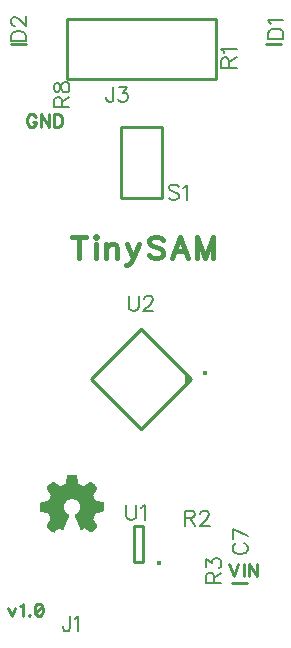
<source format=gbr>
G04 DipTrace Beta 2.9.0.1*
G04 TopSilk.gbr*
%MOMM*%
G04 #@! TF.FileFunction,Legend,Top*
G04 #@! TF.Part,Single*
%ADD10C,0.25*%
%ADD12C,0.0254*%
%ADD17C,0.4*%
%ADD32O,0.39127X0.39172*%
%ADD86C,0.19608*%
%ADD87C,0.22222*%
%FSLAX35Y35*%
G04*
G71*
G90*
G75*
G01*
G04 TopSilk*
%LPD*%
X2064173Y502603D2*
D10*
X2194073D1*
X2348050Y5066747D2*
X2477950D1*
X189050D2*
X318950D1*
X1927900Y4774200D2*
X662900D1*
Y5284200D1*
X1927900D1*
Y4774200D1*
X1120400Y3763952D2*
X1470400D1*
Y4364048D1*
X1120400D1*
Y3763952D1*
D32*
X1447228Y674839D3*
X1309902Y688206D2*
D10*
Y988200D1*
X1229916Y688206D2*
Y988200D1*
X1309902D2*
X1229916D1*
X1309902Y688206D2*
X1229916D1*
X1719768Y2235312D2*
X1295338Y1810876D1*
X871019Y2235088D1*
X1295450Y2659524D1*
X1719768Y2235312D1*
G36*
D2*
X1663117Y2291844D1*
Y2178668D1*
X1719768Y2235312D1*
G37*
D17*
X1836427Y2288213D3*
X667587Y1416847D2*
D12*
X741247D1*
X667194Y1414307D2*
X741343D1*
X666564Y1411767D2*
X741669D1*
X665907Y1409227D2*
X742278D1*
X665462Y1406687D2*
X742929D1*
X665216Y1404147D2*
X743382D1*
X665019Y1401607D2*
X743707D1*
X664650Y1399067D2*
X744138D1*
X664025Y1396527D2*
X744791D1*
X663367Y1393987D2*
X745460D1*
X662912Y1391447D2*
X745919D1*
X662587Y1388907D2*
X746246D1*
X662155Y1386367D2*
X746678D1*
X661502Y1383827D2*
X747331D1*
X660834Y1381287D2*
X748000D1*
X660384Y1378747D2*
X748449D1*
X660137Y1376207D2*
X748697D1*
X659939Y1373667D2*
X748894D1*
X659571Y1371127D2*
X749263D1*
X658945Y1368587D2*
X749888D1*
X658287Y1366047D2*
X750546D1*
X540587Y1363507D2*
X545667D1*
X657832D2*
X751001D1*
X863167D2*
X868247D1*
X538047Y1360967D2*
X549782D1*
X657507D2*
X751327D1*
X859052D2*
X870787D1*
X535507Y1358427D2*
X553770D1*
X657075D2*
X751758D1*
X855063D2*
X873327D1*
X532967Y1355887D2*
X557671D1*
X656412D2*
X752411D1*
X851163D2*
X875867D1*
X530417Y1353347D2*
X561517D1*
X655635D2*
X753099D1*
X847317D2*
X878407D1*
X527797Y1350807D2*
X565344D1*
X654663D2*
X753757D1*
X843489D2*
X880947D1*
X525023Y1348267D2*
X569158D1*
X653343D2*
X754552D1*
X839676D2*
X883487D1*
X522188Y1345727D2*
X572972D1*
X650232D2*
X757340D1*
X835862D2*
X886027D1*
X519526Y1343187D2*
X576780D1*
X646220D2*
X761518D1*
X832053D2*
X888567D1*
X516960Y1340647D2*
X580583D1*
X641366D2*
X766789D1*
X828251D2*
X891107D1*
X514333Y1338107D2*
X584311D1*
X635828D2*
X772663D1*
X824522D2*
X893647D1*
X511788Y1335567D2*
X587929D1*
X629828D2*
X778854D1*
X820905D2*
X896187D1*
X509196Y1333027D2*
X591848D1*
X623344D2*
X785428D1*
X816985D2*
X898727D1*
X506283Y1330487D2*
X597268D1*
X615813D2*
X792997D1*
X811565D2*
X901267D1*
X503230Y1327947D2*
X605038D1*
X606670D2*
X802155D1*
X803795D2*
X903807D1*
X500324Y1325407D2*
X906347D1*
X497677Y1322867D2*
X908877D1*
X495463Y1320327D2*
X911318D1*
X493665Y1317787D2*
X913425D1*
X493086Y1315247D2*
X915142D1*
X492871Y1312707D2*
X915627D1*
X493836Y1310167D2*
X914838D1*
X495174Y1307627D2*
X913593D1*
X496667Y1305087D2*
X912141D1*
X498281Y1302547D2*
X910543D1*
X499981Y1300007D2*
X908849D1*
X501639Y1297467D2*
X907183D1*
X503321Y1294927D2*
X905422D1*
X505047Y1292387D2*
X903463D1*
X506715Y1289847D2*
X901501D1*
X508400Y1287307D2*
X899693D1*
X510126Y1284767D2*
X897941D1*
X511794Y1282227D2*
X896185D1*
X513480Y1279687D2*
X894505D1*
X515206Y1277147D2*
X892816D1*
X516884Y1274607D2*
X891088D1*
X518649Y1272067D2*
X889419D1*
X520610Y1269527D2*
X887734D1*
X522573Y1266987D2*
X886007D1*
X524380Y1264447D2*
X884339D1*
X526123Y1261907D2*
X882664D1*
X527779Y1259367D2*
X881036D1*
X529036Y1256827D2*
X879791D1*
X529694Y1254287D2*
X879137D1*
X529939Y1251747D2*
X878894D1*
X529246Y1249207D2*
X879587D1*
X528287Y1246667D2*
X880537D1*
X527161Y1244127D2*
X881583D1*
X525957Y1241587D2*
X882553D1*
X524790Y1239047D2*
X883435D1*
X523770Y1236507D2*
X884412D1*
X522869Y1233967D2*
X885521D1*
X521885Y1231427D2*
X886713D1*
X520773Y1228887D2*
X887942D1*
X519581Y1226347D2*
X889118D1*
X518351Y1223807D2*
X688023D1*
X720810D2*
X890142D1*
X517175Y1221267D2*
X680917D1*
X727916D2*
X891044D1*
X516152Y1218727D2*
X674663D1*
X734171D2*
X892028D1*
X515249Y1216187D2*
X669433D1*
X739401D2*
X893140D1*
X514255Y1213647D2*
X665013D1*
X743821D2*
X894342D1*
X513014Y1211107D2*
X661228D1*
X747606D2*
X895711D1*
X511517Y1208567D2*
X657995D1*
X750839D2*
X897287D1*
X507559Y1206027D2*
X655121D1*
X753712D2*
X901261D1*
X501024Y1203487D2*
X652437D1*
X756396D2*
X907804D1*
X491543Y1200947D2*
X649850D1*
X758984D2*
X917289D1*
X479980Y1198407D2*
X647378D1*
X761456D2*
X928892D1*
X467771Y1195867D2*
X645154D1*
X763670D2*
X941515D1*
X456711Y1193327D2*
X643229D1*
X765515D2*
X954396D1*
X448432Y1190787D2*
X641439D1*
X767071D2*
X967307D1*
X442476Y1188247D2*
X639754D1*
X768471D2*
X967307D1*
X440314Y1185707D2*
X638392D1*
X769790D2*
X967307D1*
X439594Y1183167D2*
X637308D1*
X771072D2*
X967307D1*
X439231Y1180627D2*
X636241D1*
X772268D2*
X967307D1*
X439078Y1178087D2*
X635104D1*
X773298D2*
X967307D1*
X439019Y1175547D2*
X633988D1*
X774193D2*
X967307D1*
X438998Y1173007D2*
X633076D1*
X775088D2*
X967307D1*
X438990Y1170467D2*
X632507D1*
X775867D2*
X967307D1*
X438988Y1167927D2*
X632135D1*
X776372D2*
X967307D1*
X438987Y1165387D2*
X631685D1*
X776716D2*
X967307D1*
X438987Y1162847D2*
X631026D1*
X777155D2*
X967307D1*
X438987Y1160307D2*
X630355D1*
X777810D2*
X967307D1*
X438987Y1157767D2*
X629905D1*
X778479D2*
X967307D1*
X438987Y1155227D2*
X629667D1*
X778919D2*
X967307D1*
X438987Y1152687D2*
X629568D1*
X779067D2*
X967307D1*
X438987Y1150147D2*
X629613D1*
X778852D2*
X967307D1*
X438987Y1147607D2*
X629919D1*
X778289D2*
X967307D1*
X438987Y1145067D2*
X630521D1*
X777655D2*
X967307D1*
X438987Y1142527D2*
X631180D1*
X777208D2*
X967307D1*
X438987Y1139987D2*
X631712D1*
X776885D2*
X967307D1*
X438987Y1137447D2*
X632271D1*
X776455D2*
X967307D1*
X438987Y1134907D2*
X632997D1*
X775792D2*
X967307D1*
X438987Y1132367D2*
X633782D1*
X775034D2*
X967307D1*
X438987Y1129827D2*
X634575D1*
X774252D2*
X967307D1*
X438987Y1127287D2*
X635515D1*
X773316D2*
X967307D1*
X439016Y1124747D2*
X636610D1*
X772223D2*
X967287D1*
X439106Y1122207D2*
X637796D1*
X771037D2*
X967059D1*
X440108Y1119667D2*
X639033D1*
X769800D2*
X966493D1*
X444577Y1117127D2*
X640298D1*
X768535D2*
X963616D1*
X451907Y1114587D2*
X641654D1*
X767179D2*
X956286D1*
X461984Y1112047D2*
X643254D1*
X765579D2*
X946489D1*
X473717Y1109507D2*
X645223D1*
X763610D2*
X934951D1*
X485444Y1106967D2*
X647476D1*
X761357D2*
X923321D1*
X495367Y1104427D2*
X649889D1*
X758945D2*
X913440D1*
X502460Y1101887D2*
X652387D1*
X756446D2*
X906364D1*
X507595Y1099347D2*
X654997D1*
X753837D2*
X901237D1*
X509783Y1096807D2*
X657863D1*
X750970D2*
X899050D1*
X511325Y1094267D2*
X661098D1*
X747735D2*
X897508D1*
X512449Y1091727D2*
X664603D1*
X744231D2*
X896384D1*
X513520Y1089187D2*
X668094D1*
X740739D2*
X895313D1*
X514654Y1086647D2*
X671088D1*
X737735D2*
X894180D1*
X515778Y1084107D2*
X673461D1*
X735333D2*
X893056D1*
X516777Y1081567D2*
X674224D1*
X734549D2*
X892056D1*
X517670Y1079027D2*
X673881D1*
X734180D2*
X891164D1*
X518650Y1076487D2*
X673305D1*
X734837D2*
X890183D1*
X519751Y1073947D2*
X672602D1*
X735768D2*
X889073D1*
X520863Y1071407D2*
X671698D1*
X736807D2*
X887881D1*
X521859Y1068867D2*
X670627D1*
X737775D2*
X886651D1*
X522750Y1066327D2*
X669525D1*
X738656D2*
X885475D1*
X523730Y1063787D2*
X668533D1*
X739632D2*
X884452D1*
X524831Y1061247D2*
X667643D1*
X740741D2*
X883559D1*
X525933Y1058707D2*
X666663D1*
X741933D2*
X882655D1*
X526840Y1056167D2*
X665552D1*
X743163D2*
X881779D1*
X527387Y1053627D2*
X664361D1*
X744338D2*
X880890D1*
X527571Y1051087D2*
X663131D1*
X745362D2*
X879753D1*
X527283Y1048547D2*
X661955D1*
X746264D2*
X878407D1*
X526392Y1046007D2*
X660932D1*
X747248D2*
X880850D1*
X525053Y1043467D2*
X660029D1*
X748360D2*
X883064D1*
X523553Y1040927D2*
X659045D1*
X749552D2*
X884986D1*
X521935Y1038387D2*
X657943D1*
X750782D2*
X886785D1*
X520234Y1035847D2*
X656830D1*
X751958D2*
X888558D1*
X518564Y1033307D2*
X655835D1*
X752982D2*
X890244D1*
X516803Y1030767D2*
X654943D1*
X753884D2*
X891936D1*
X514843Y1028227D2*
X653963D1*
X754868D2*
X893665D1*
X512881Y1025687D2*
X652852D1*
X755970D2*
X895334D1*
X511073Y1023147D2*
X651661D1*
X757083D2*
X897019D1*
X509321Y1020607D2*
X650431D1*
X758079D2*
X898746D1*
X507565Y1018067D2*
X649255D1*
X758970D2*
X900424D1*
X505885Y1015527D2*
X648232D1*
X759950D2*
X902189D1*
X504196Y1012987D2*
X647329D1*
X761061D2*
X904150D1*
X502468Y1010447D2*
X646345D1*
X762253D2*
X906113D1*
X500799Y1007907D2*
X645243D1*
X763482D2*
X907920D1*
X499114Y1005367D2*
X644130D1*
X764658D2*
X909673D1*
X497397Y1002827D2*
X643135D1*
X765682D2*
X911418D1*
X495818Y1000287D2*
X642243D1*
X766584D2*
X913009D1*
X494477Y997747D2*
X641263D1*
X767568D2*
X914355D1*
X493557Y995207D2*
X640152D1*
X768670D2*
X915276D1*
X493073Y992667D2*
X638961D1*
X769783D2*
X915760D1*
X494031Y990127D2*
X637731D1*
X770779D2*
X914802D1*
X495638Y987587D2*
X636555D1*
X771670D2*
X913195D1*
X497724Y985047D2*
X635532D1*
X772650D2*
X911109D1*
X500069Y982507D2*
X634629D1*
X773751D2*
X908764D1*
X502531Y979967D2*
X633645D1*
X774863D2*
X906302D1*
X505042Y977427D2*
X632543D1*
X775859D2*
X903791D1*
X507572Y974887D2*
X594416D1*
X607126D2*
X631430D1*
X776750D2*
X801707D1*
X815309D2*
X901261D1*
X510108Y972347D2*
X590301D1*
X610720D2*
X630427D1*
X777738D2*
X798113D1*
X818568D2*
X898725D1*
X512647Y969807D2*
X586577D1*
X614947D2*
X629475D1*
X778914D2*
X793886D1*
X822099D2*
X896186D1*
X515187Y967267D2*
X582927D1*
X619595D2*
X628309D1*
X780317D2*
X789239D1*
X825782D2*
X893646D1*
X517727Y964727D2*
X579223D1*
X624407D2*
X626947D1*
X781887D2*
X784427D1*
X829543D2*
X891107D1*
X520267Y962187D2*
X575472D1*
X833331D2*
X888567D1*
X522807Y959647D2*
X571685D1*
X837136D2*
X886027D1*
X525347Y957107D2*
X567887D1*
X840942D2*
X883487D1*
X527887Y954567D2*
X564079D1*
X844753D2*
X880947D1*
X530476Y952027D2*
X560264D1*
X848569D2*
X878407D1*
X533500Y949487D2*
X556387D1*
X852447D2*
X875867D1*
X538003Y946947D2*
X552365D1*
X856469D2*
X873327D1*
X544884Y944407D2*
X548207D1*
X860627D2*
X870787D1*
X667587Y1416847D2*
X667194Y1414307D1*
X666564Y1411767D1*
X665907Y1409227D1*
X665462Y1406687D1*
X665216Y1404147D1*
X665019Y1401607D1*
X664650Y1399067D1*
X664025Y1396527D1*
X663367Y1393987D1*
X662912Y1391447D1*
X662587Y1388907D1*
X662155Y1386367D1*
X661502Y1383827D1*
X660834Y1381287D1*
X660384Y1378747D1*
X660137Y1376207D1*
X659939Y1373667D1*
X659571Y1371127D1*
X658945Y1368587D1*
X658287Y1366047D1*
X657832Y1363507D1*
X657507Y1360967D1*
X657075Y1358427D1*
X656412Y1355887D1*
X655635Y1353347D1*
X654663Y1350807D1*
X653343Y1348267D1*
X650232Y1345727D1*
X646220Y1343187D1*
X641366Y1340647D1*
X635828Y1338107D1*
X629828Y1335567D1*
X623344Y1333027D1*
X615813Y1330487D1*
X606670Y1327947D1*
X596467Y1325407D1*
X741247Y1416847D2*
X741343Y1414307D1*
X741669Y1411767D1*
X742278Y1409227D1*
X742929Y1406687D1*
X743382Y1404147D1*
X743707Y1401607D1*
X744138Y1399067D1*
X744791Y1396527D1*
X745460Y1393987D1*
X745919Y1391447D1*
X746246Y1388907D1*
X746678Y1386367D1*
X747331Y1383827D1*
X748000Y1381287D1*
X748449Y1378747D1*
X748697Y1376207D1*
X748894Y1373667D1*
X749263Y1371127D1*
X749888Y1368587D1*
X750546Y1366047D1*
X751001Y1363507D1*
X751327Y1360967D1*
X751758Y1358427D1*
X752411Y1355887D1*
X753099Y1353347D1*
X753757Y1350807D1*
X754552Y1348267D1*
X757340Y1345727D1*
X761518Y1343187D1*
X766789Y1340647D1*
X772663Y1338107D1*
X778854Y1335567D1*
X785428Y1333027D1*
X792997Y1330487D1*
X802155Y1327947D1*
X812367Y1325407D1*
X540587Y1363507D2*
X538047Y1360967D1*
X535507Y1358427D1*
X532967Y1355887D1*
X530417Y1353347D1*
X527797Y1350807D1*
X525023Y1348267D1*
X522188Y1345727D1*
X519526Y1343187D1*
X516960Y1340647D1*
X514333Y1338107D1*
X511788Y1335567D1*
X509196Y1333027D1*
X506283Y1330487D1*
X503230Y1327947D1*
X500324Y1325407D1*
X497677Y1322867D1*
X495463Y1320327D1*
X493665Y1317787D1*
X493086Y1315247D1*
X492871Y1312707D1*
X493836Y1310167D1*
X495174Y1307627D1*
X496667Y1305087D1*
X498281Y1302547D1*
X499981Y1300007D1*
X501639Y1297467D1*
X503321Y1294927D1*
X505047Y1292387D1*
X506715Y1289847D1*
X508400Y1287307D1*
X510126Y1284767D1*
X511794Y1282227D1*
X513480Y1279687D1*
X515206Y1277147D1*
X516884Y1274607D1*
X518649Y1272067D1*
X520610Y1269527D1*
X522573Y1266987D1*
X524380Y1264447D1*
X526123Y1261907D1*
X527779Y1259367D1*
X529036Y1256827D1*
X529694Y1254287D1*
X529939Y1251747D1*
X529246Y1249207D1*
X528287Y1246667D1*
X527161Y1244127D1*
X525957Y1241587D1*
X524790Y1239047D1*
X523770Y1236507D1*
X522869Y1233967D1*
X521885Y1231427D1*
X520773Y1228887D1*
X519581Y1226347D1*
X518351Y1223807D1*
X517175Y1221267D1*
X516152Y1218727D1*
X515249Y1216187D1*
X514255Y1213647D1*
X513014Y1211107D1*
X511517Y1208567D1*
X507559Y1206027D1*
X501024Y1203487D1*
X491543Y1200947D1*
X479980Y1198407D1*
X467771Y1195867D1*
X456711Y1193327D1*
X448432Y1190787D1*
X442476Y1188247D1*
X440314Y1185707D1*
X439594Y1183167D1*
X439231Y1180627D1*
X439078Y1178087D1*
X439019Y1175547D1*
X438998Y1173007D1*
X438990Y1170467D1*
X438988Y1167927D1*
X438987Y1165387D1*
Y1162847D1*
Y1160307D1*
Y1157767D1*
Y1155227D1*
Y1152687D1*
Y1150147D1*
Y1147607D1*
Y1145067D1*
Y1142527D1*
Y1139987D1*
Y1137447D1*
Y1134907D1*
Y1132367D1*
Y1129827D1*
Y1127287D1*
X439016Y1124747D1*
X439106Y1122207D1*
X440108Y1119667D1*
X444577Y1117127D1*
X451907Y1114587D1*
X461984Y1112047D1*
X473717Y1109507D1*
X485444Y1106967D1*
X495367Y1104427D1*
X502460Y1101887D1*
X507595Y1099347D1*
X509783Y1096807D1*
X511325Y1094267D1*
X512449Y1091727D1*
X513520Y1089187D1*
X514654Y1086647D1*
X515778Y1084107D1*
X516777Y1081567D1*
X517670Y1079027D1*
X518650Y1076487D1*
X519751Y1073947D1*
X520863Y1071407D1*
X521859Y1068867D1*
X522750Y1066327D1*
X523730Y1063787D1*
X524831Y1061247D1*
X525933Y1058707D1*
X526840Y1056167D1*
X527387Y1053627D1*
X527571Y1051087D1*
X527283Y1048547D1*
X526392Y1046007D1*
X525053Y1043467D1*
X523553Y1040927D1*
X521935Y1038387D1*
X520234Y1035847D1*
X518564Y1033307D1*
X516803Y1030767D1*
X514843Y1028227D1*
X512881Y1025687D1*
X511073Y1023147D1*
X509321Y1020607D1*
X507565Y1018067D1*
X505885Y1015527D1*
X504196Y1012987D1*
X502468Y1010447D1*
X500799Y1007907D1*
X499114Y1005367D1*
X497397Y1002827D1*
X495818Y1000287D1*
X494477Y997747D1*
X493557Y995207D1*
X493073Y992667D1*
X494031Y990127D1*
X495638Y987587D1*
X497724Y985047D1*
X500069Y982507D1*
X502531Y979967D1*
X505042Y977427D1*
X507572Y974887D1*
X510108Y972347D1*
X512647Y969807D1*
X515187Y967267D1*
X517727Y964727D1*
X520267Y962187D1*
X522807Y959647D1*
X525347Y957107D1*
X527887Y954567D1*
X530476Y952027D1*
X533500Y949487D1*
X538003Y946947D1*
X544884Y944407D1*
X553287Y941867D1*
X545667Y1363507D2*
X549782Y1360967D1*
X553770Y1358427D1*
X557671Y1355887D1*
X561517Y1353347D1*
X565344Y1350807D1*
X569158Y1348267D1*
X572972Y1345727D1*
X576780Y1343187D1*
X580583Y1340647D1*
X584311Y1338107D1*
X587929Y1335567D1*
X591848Y1333027D1*
X597268Y1330487D1*
X605038Y1327947D1*
X614247Y1325407D1*
X863167Y1363507D2*
X859052Y1360967D1*
X855063Y1358427D1*
X851163Y1355887D1*
X847317Y1353347D1*
X843489Y1350807D1*
X839676Y1348267D1*
X835862Y1345727D1*
X832053Y1343187D1*
X828251Y1340647D1*
X824522Y1338107D1*
X820905Y1335567D1*
X816985Y1333027D1*
X811565Y1330487D1*
X803795Y1327947D1*
X794587Y1325407D1*
X868247Y1363507D2*
X870787Y1360967D1*
X873327Y1358427D1*
X875867Y1355887D1*
X878407Y1353347D1*
X880947Y1350807D1*
X883487Y1348267D1*
X886027Y1345727D1*
X888567Y1343187D1*
X891107Y1340647D1*
X893647Y1338107D1*
X896187Y1335567D1*
X898727Y1333027D1*
X901267Y1330487D1*
X903807Y1327947D1*
X906347Y1325407D1*
X908877Y1322867D1*
X911318Y1320327D1*
X913425Y1317787D1*
X915142Y1315247D1*
X915627Y1312707D1*
X914838Y1310167D1*
X913593Y1307627D1*
X912141Y1305087D1*
X910543Y1302547D1*
X908849Y1300007D1*
X907183Y1297467D1*
X905422Y1294927D1*
X903463Y1292387D1*
X901501Y1289847D1*
X899693Y1287307D1*
X897941Y1284767D1*
X896185Y1282227D1*
X894505Y1279687D1*
X892816Y1277147D1*
X891088Y1274607D1*
X889419Y1272067D1*
X887734Y1269527D1*
X886007Y1266987D1*
X884339Y1264447D1*
X882664Y1261907D1*
X881036Y1259367D1*
X879791Y1256827D1*
X879137Y1254287D1*
X878894Y1251747D1*
X879587Y1249207D1*
X880537Y1246667D1*
X881583Y1244127D1*
X882553Y1241587D1*
X883435Y1239047D1*
X884412Y1236507D1*
X885521Y1233967D1*
X886713Y1231427D1*
X887942Y1228887D1*
X889118Y1226347D1*
X890142Y1223807D1*
X891044Y1221267D1*
X892028Y1218727D1*
X893140Y1216187D1*
X894342Y1213647D1*
X895711Y1211107D1*
X897287Y1208567D1*
X901261Y1206027D1*
X907804Y1203487D1*
X917289Y1200947D1*
X928892Y1198407D1*
X941515Y1195867D1*
X954396Y1193327D1*
X967307Y1190787D1*
Y1188247D1*
Y1185707D1*
Y1183167D1*
Y1180627D1*
Y1178087D1*
Y1175547D1*
Y1173007D1*
Y1170467D1*
Y1167927D1*
Y1165387D1*
Y1162847D1*
Y1160307D1*
Y1157767D1*
Y1155227D1*
Y1152687D1*
Y1150147D1*
Y1147607D1*
Y1145067D1*
Y1142527D1*
Y1139987D1*
Y1137447D1*
Y1134907D1*
Y1132367D1*
Y1129827D1*
Y1127287D1*
X967287Y1124747D1*
X967059Y1122207D1*
X966493Y1119667D1*
X963616Y1117127D1*
X956286Y1114587D1*
X946489Y1112047D1*
X934951Y1109507D1*
X923321Y1106967D1*
X913440Y1104427D1*
X906364Y1101887D1*
X901237Y1099347D1*
X899050Y1096807D1*
X897508Y1094267D1*
X896384Y1091727D1*
X895313Y1089187D1*
X894180Y1086647D1*
X893056Y1084107D1*
X892056Y1081567D1*
X891164Y1079027D1*
X890183Y1076487D1*
X889073Y1073947D1*
X887881Y1071407D1*
X886651Y1068867D1*
X885475Y1066327D1*
X884452Y1063787D1*
X883559Y1061247D1*
X882655Y1058707D1*
X881779Y1056167D1*
X880890Y1053627D1*
X879753Y1051087D1*
X878407Y1048547D1*
X880850Y1046007D1*
X883064Y1043467D1*
X884986Y1040927D1*
X886785Y1038387D1*
X888558Y1035847D1*
X890244Y1033307D1*
X891936Y1030767D1*
X893665Y1028227D1*
X895334Y1025687D1*
X897019Y1023147D1*
X898746Y1020607D1*
X900424Y1018067D1*
X902189Y1015527D1*
X904150Y1012987D1*
X906113Y1010447D1*
X907920Y1007907D1*
X909673Y1005367D1*
X911418Y1002827D1*
X913009Y1000287D1*
X914355Y997747D1*
X915276Y995207D1*
X915760Y992667D1*
X914802Y990127D1*
X913195Y987587D1*
X911109Y985047D1*
X908764Y982507D1*
X906302Y979967D1*
X903791Y977427D1*
X901261Y974887D1*
X898725Y972347D1*
X896186Y969807D1*
X893646Y967267D1*
X891107Y964727D1*
X888567Y962187D1*
X886027Y959647D1*
X883487Y957107D1*
X880947Y954567D1*
X878407Y952027D1*
X875867Y949487D1*
X873327Y946947D1*
X870787Y944407D1*
X695527Y1226347D2*
X688023Y1223807D1*
X680917Y1221267D1*
X674663Y1218727D1*
X669433Y1216187D1*
X665013Y1213647D1*
X661228Y1211107D1*
X657995Y1208567D1*
X655121Y1206027D1*
X652437Y1203487D1*
X649850Y1200947D1*
X647378Y1198407D1*
X645154Y1195867D1*
X643229Y1193327D1*
X641439Y1190787D1*
X639754Y1188247D1*
X638392Y1185707D1*
X637308Y1183167D1*
X636241Y1180627D1*
X635104Y1178087D1*
X633988Y1175547D1*
X633076Y1173007D1*
X632507Y1170467D1*
X632135Y1167927D1*
X631685Y1165387D1*
X631026Y1162847D1*
X630355Y1160307D1*
X629905Y1157767D1*
X629667Y1155227D1*
X629568Y1152687D1*
X629613Y1150147D1*
X629919Y1147607D1*
X630521Y1145067D1*
X631180Y1142527D1*
X631712Y1139987D1*
X632271Y1137447D1*
X632997Y1134907D1*
X633782Y1132367D1*
X634575Y1129827D1*
X635515Y1127287D1*
X636610Y1124747D1*
X637796Y1122207D1*
X639033Y1119667D1*
X640298Y1117127D1*
X641654Y1114587D1*
X643254Y1112047D1*
X645223Y1109507D1*
X647476Y1106967D1*
X649889Y1104427D1*
X652387Y1101887D1*
X654997Y1099347D1*
X657863Y1096807D1*
X661098Y1094267D1*
X664603Y1091727D1*
X668094Y1089187D1*
X671088Y1086647D1*
X673461Y1084107D1*
X674224Y1081567D1*
X673881Y1079027D1*
X673305Y1076487D1*
X672602Y1073947D1*
X671698Y1071407D1*
X670627Y1068867D1*
X669525Y1066327D1*
X668533Y1063787D1*
X667643Y1061247D1*
X666663Y1058707D1*
X665552Y1056167D1*
X664361Y1053627D1*
X663131Y1051087D1*
X661955Y1048547D1*
X660932Y1046007D1*
X660029Y1043467D1*
X659045Y1040927D1*
X657943Y1038387D1*
X656830Y1035847D1*
X655835Y1033307D1*
X654943Y1030767D1*
X653963Y1028227D1*
X652852Y1025687D1*
X651661Y1023147D1*
X650431Y1020607D1*
X649255Y1018067D1*
X648232Y1015527D1*
X647329Y1012987D1*
X646345Y1010447D1*
X645243Y1007907D1*
X644130Y1005367D1*
X643135Y1002827D1*
X642243Y1000287D1*
X641263Y997747D1*
X640152Y995207D1*
X638961Y992667D1*
X637731Y990127D1*
X636555Y987587D1*
X635532Y985047D1*
X634629Y982507D1*
X633645Y979967D1*
X632543Y977427D1*
X631430Y974887D1*
X630427Y972347D1*
X629475Y969807D1*
X628309Y967267D1*
X626947Y964727D1*
X713307Y1226347D2*
X720810Y1223807D1*
X727916Y1221267D1*
X734171Y1218727D1*
X739401Y1216187D1*
X743821Y1213647D1*
X747606Y1211107D1*
X750839Y1208567D1*
X753712Y1206027D1*
X756396Y1203487D1*
X758984Y1200947D1*
X761456Y1198407D1*
X763670Y1195867D1*
X765515Y1193327D1*
X767071Y1190787D1*
X768471Y1188247D1*
X769790Y1185707D1*
X771072Y1183167D1*
X772268Y1180627D1*
X773298Y1178087D1*
X774193Y1175547D1*
X775088Y1173007D1*
X775867Y1170467D1*
X776372Y1167927D1*
X776716Y1165387D1*
X777155Y1162847D1*
X777810Y1160307D1*
X778479Y1157767D1*
X778919Y1155227D1*
X779067Y1152687D1*
X778852Y1150147D1*
X778289Y1147607D1*
X777655Y1145067D1*
X777208Y1142527D1*
X776885Y1139987D1*
X776455Y1137447D1*
X775792Y1134907D1*
X775034Y1132367D1*
X774252Y1129827D1*
X773316Y1127287D1*
X772223Y1124747D1*
X771037Y1122207D1*
X769800Y1119667D1*
X768535Y1117127D1*
X767179Y1114587D1*
X765579Y1112047D1*
X763610Y1109507D1*
X761357Y1106967D1*
X758945Y1104427D1*
X756446Y1101887D1*
X753837Y1099347D1*
X750970Y1096807D1*
X747735Y1094267D1*
X744231Y1091727D1*
X740739Y1089187D1*
X737735Y1086647D1*
X735333Y1084107D1*
X734549Y1081567D1*
X734180Y1079027D1*
X734837Y1076487D1*
X735768Y1073947D1*
X736807Y1071407D1*
X737775Y1068867D1*
X738656Y1066327D1*
X739632Y1063787D1*
X740741Y1061247D1*
X741933Y1058707D1*
X743163Y1056167D1*
X744338Y1053627D1*
X745362Y1051087D1*
X746264Y1048547D1*
X747248Y1046007D1*
X748360Y1043467D1*
X749552Y1040927D1*
X750782Y1038387D1*
X751958Y1035847D1*
X752982Y1033307D1*
X753884Y1030767D1*
X754868Y1028227D1*
X755970Y1025687D1*
X757083Y1023147D1*
X758079Y1020607D1*
X758970Y1018067D1*
X759950Y1015527D1*
X761061Y1012987D1*
X762253Y1010447D1*
X763482Y1007907D1*
X764658Y1005367D1*
X765682Y1002827D1*
X766584Y1000287D1*
X767568Y997747D1*
X768670Y995207D1*
X769783Y992667D1*
X770779Y990127D1*
X771670Y987587D1*
X772650Y985047D1*
X773751Y982507D1*
X774863Y979967D1*
X775859Y977427D1*
X776750Y974887D1*
X777738Y972347D1*
X778914Y969807D1*
X780317Y967267D1*
X781887Y964727D1*
X599007Y977427D2*
X594416Y974887D1*
X590301Y972347D1*
X586577Y969807D1*
X582927Y967267D1*
X579223Y964727D1*
X575472Y962187D1*
X571685Y959647D1*
X567887Y957107D1*
X564079Y954567D1*
X560264Y952027D1*
X556387Y949487D1*
X552365Y946947D1*
X548207Y944407D1*
X604087Y977427D2*
X607126Y974887D1*
X610720Y972347D1*
X614947Y969807D1*
X619595Y967267D1*
X624407Y964727D1*
X804747Y977427D2*
X801707Y974887D1*
X798113Y972347D1*
X793886Y969807D1*
X789239Y967267D1*
X784427Y964727D1*
X812367Y977427D2*
X815309Y974887D1*
X818568Y972347D1*
X822099Y969807D1*
X825782Y967267D1*
X829543Y964727D1*
X833331Y962187D1*
X837136Y959647D1*
X840942Y957107D1*
X844753Y954567D1*
X848569Y952027D1*
X852447Y949487D1*
X856469Y946947D1*
X860627Y944407D1*
X2099357Y842144D2*
D86*
X2087284Y836107D1*
X2075070Y823894D1*
X2069033Y811821D1*
Y787534D1*
X2075070Y775321D1*
X2087283Y763248D1*
X2099356Y757071D1*
X2117606Y751034D1*
X2148070D1*
X2166180Y757071D1*
X2178393Y763248D1*
X2190466Y775321D1*
X2196643Y787534D1*
Y811821D1*
X2190466Y823894D1*
X2178393Y836107D1*
X2166180Y842144D1*
X2196643Y905646D2*
X2069174Y966433D1*
Y881360D1*
X2370483Y5115361D2*
X2498093D1*
Y5157897D1*
X2491916Y5176147D1*
X2479843Y5188361D1*
X2467630Y5194397D1*
X2449520Y5200434D1*
X2419057D1*
X2400807Y5194397D1*
X2388734Y5188361D1*
X2376520Y5176147D1*
X2370483Y5157897D1*
Y5115361D1*
X2394910Y5239650D2*
X2388734Y5251863D1*
X2370624Y5270113D1*
X2498093D1*
X192180Y5095926D2*
X319790D1*
Y5138462D1*
X313613Y5156712D1*
X301540Y5168926D1*
X289326Y5174962D1*
X271217Y5180999D1*
X240753D1*
X222503Y5174963D1*
X210430Y5168926D1*
X198217Y5156713D1*
X192180Y5138463D1*
Y5095926D1*
X222644Y5226392D2*
X216607D1*
X204394Y5232428D1*
X198357Y5238465D1*
X192321Y5250678D1*
Y5274965D1*
X198357Y5287038D1*
X204394Y5293074D1*
X216607Y5299251D1*
X228680D1*
X240894Y5293074D1*
X259003Y5281001D1*
X319790Y5220215D1*
Y5305288D1*
X691370Y224477D2*
Y127330D1*
X685334Y109080D1*
X679157Y103044D1*
X667084Y96867D1*
X654870D1*
X642797Y103044D1*
X636761Y109080D1*
X630584Y127330D1*
Y139404D1*
X730586Y200050D2*
X742800Y206227D1*
X761050Y224336D1*
Y96867D1*
X1058859Y4706587D2*
Y4609440D1*
X1052822Y4591190D1*
X1046645Y4585154D1*
X1034572Y4578977D1*
X1022359D1*
X1010286Y4585154D1*
X1004249Y4591190D1*
X998072Y4609440D1*
Y4621514D1*
X1110288Y4706446D2*
X1176971D1*
X1140611Y4657873D1*
X1158861D1*
X1170934Y4651837D1*
X1176971Y4645800D1*
X1183148Y4627550D1*
Y4615477D1*
X1176971Y4597227D1*
X1164898Y4585014D1*
X1146648Y4578977D1*
X1128398D1*
X1110288Y4585014D1*
X1104251Y4591190D1*
X1098075Y4603264D1*
X2034627Y4871088D2*
Y4925697D1*
X2028450Y4943947D1*
X2022413Y4950124D1*
X2010340Y4956161D1*
X1998127D1*
X1986054Y4950124D1*
X1979877Y4943947D1*
X1973840Y4925697D1*
Y4871088D1*
X2101450D1*
X2034627Y4913624D2*
X2101450Y4956160D1*
X1998267Y4995376D2*
X1992090Y5007590D1*
X1973981Y5025840D1*
X2101450Y5025839D1*
X1665259Y1058223D2*
X1719869D1*
X1738119Y1064400D1*
X1744296Y1070437D1*
X1750332Y1082510D1*
Y1094723D1*
X1744296Y1106796D1*
X1738119Y1112973D1*
X1719869Y1119010D1*
X1665259D1*
Y991400D1*
X1707796Y1058223D2*
X1750332Y991400D1*
X1795725Y1088546D2*
Y1094583D1*
X1801761Y1106796D1*
X1807798Y1112833D1*
X1820011Y1118870D1*
X1844298D1*
X1856371Y1112833D1*
X1862407Y1106796D1*
X1868584Y1094583D1*
Y1082510D1*
X1862407Y1070296D1*
X1850334Y1052187D1*
X1789548Y991400D1*
X1874621D1*
X1907043Y508599D2*
Y563209D1*
X1900866Y581459D1*
X1894830Y587636D1*
X1882757Y593672D1*
X1870543D1*
X1858470Y587636D1*
X1852293Y581459D1*
X1846257Y563209D1*
Y508599D1*
X1973866D1*
X1907043Y551136D2*
X1973866Y593672D1*
X1846397Y645102D2*
Y711784D1*
X1894970Y675425D1*
Y693674D1*
X1901007Y705748D1*
X1907043Y711784D1*
X1925293Y717961D1*
X1937366D1*
X1955616Y711784D1*
X1967830Y699711D1*
X1973866Y681461D1*
Y663211D1*
X1967830Y645101D1*
X1961653Y639065D1*
X1949580Y632888D1*
X619860Y4537556D2*
Y4592166D1*
X613683Y4610416D1*
X607647Y4616593D1*
X595574Y4622629D1*
X583360D1*
X571287Y4616593D1*
X565110Y4610416D1*
X559073Y4592166D1*
Y4537556D1*
X686683D1*
X619860Y4580093D2*
X686683Y4622629D1*
X559214Y4692168D2*
X565250Y4674058D1*
X577324Y4667881D1*
X589537D1*
X601610Y4674058D1*
X607787Y4686131D1*
X613824Y4710418D1*
X619860Y4728668D1*
X632074Y4740741D1*
X644147Y4746777D1*
X662397D1*
X674470Y4740741D1*
X680647Y4734704D1*
X686683Y4716454D1*
Y4692168D1*
X680647Y4674058D1*
X674470Y4667881D1*
X662397Y4661845D1*
X644147D1*
X632074Y4667881D1*
X619860Y4680095D1*
X613824Y4698204D1*
X607787Y4722491D1*
X601610Y4734704D1*
X589537Y4740741D1*
X577324D1*
X565250Y4734704D1*
X559214Y4716454D1*
Y4692168D1*
X1613290Y3861073D2*
X1601217Y3873287D1*
X1582967Y3879323D1*
X1558681D1*
X1540431Y3873287D1*
X1528217Y3861073D1*
Y3849000D1*
X1534394Y3836787D1*
X1540431Y3830750D1*
X1552504Y3824714D1*
X1589004Y3812500D1*
X1601217Y3806464D1*
X1607254Y3800287D1*
X1613290Y3788214D1*
Y3769964D1*
X1601217Y3757891D1*
X1582967Y3751714D1*
X1558681D1*
X1540431Y3757891D1*
X1528217Y3769964D1*
X1652506Y3854896D2*
X1664719Y3861073D1*
X1682969Y3879183D1*
Y3751714D1*
X1167981Y1165783D2*
Y1074674D1*
X1174017Y1056424D1*
X1186231Y1044351D1*
X1204481Y1038174D1*
X1216554D1*
X1234804Y1044351D1*
X1247017Y1056424D1*
X1253054Y1074674D1*
Y1165783D1*
X1292269Y1141356D2*
X1304483Y1147533D1*
X1322733Y1165643D1*
Y1038174D1*
X1188969Y2938912D2*
Y2847802D1*
X1195006Y2829552D1*
X1207219Y2817479D1*
X1225469Y2811302D1*
X1237542D1*
X1255792Y2817479D1*
X1268006Y2829552D1*
X1274042Y2847802D1*
Y2938912D1*
X1319435Y2908448D2*
Y2914485D1*
X1325471Y2926698D1*
X1331508Y2932735D1*
X1343721Y2938771D1*
X1368008D1*
X1380081Y2932735D1*
X1386117Y2926698D1*
X1392294Y2914485D1*
Y2902412D1*
X1386117Y2890198D1*
X1374044Y2872089D1*
X1313258Y2811302D1*
X1398331D1*
X764836Y3438083D2*
D32*
Y3259429D1*
X705284Y3438083D2*
X824387D1*
X902165D2*
X910616Y3429631D1*
X919263Y3438083D1*
X910616Y3446730D1*
X902165Y3438083D1*
X910616Y3378531D2*
Y3259429D1*
X997041Y3378531D2*
Y3259429D1*
Y3344530D2*
X1022591Y3370080D1*
X1039690Y3378531D1*
X1065043D1*
X1082142Y3370080D1*
X1090593Y3344530D1*
Y3259429D1*
X1177019Y3378531D2*
X1227922Y3259429D1*
X1211020Y3225428D1*
X1193921Y3208329D1*
X1177019Y3199878D1*
X1168371D1*
X1279022Y3378531D2*
X1227922Y3259429D1*
X1475902Y3412533D2*
X1459000Y3429631D1*
X1433450Y3438083D1*
X1399449D1*
X1373899Y3429631D1*
X1356800Y3412533D1*
Y3395630D1*
X1365448Y3378531D1*
X1373899Y3370080D1*
X1390801Y3361629D1*
X1441901Y3344530D1*
X1459000Y3336079D1*
X1467451Y3327431D1*
X1475902Y3310529D1*
Y3284979D1*
X1459000Y3268077D1*
X1433450Y3259429D1*
X1399449D1*
X1373899Y3268077D1*
X1356800Y3284979D1*
X1689881Y3259429D2*
X1621683Y3438083D1*
X1553680Y3259429D1*
X1579230Y3318980D2*
X1664331D1*
X1903664Y3259429D2*
Y3438083D1*
X1835661Y3259429D1*
X1767659Y3438083D1*
Y3259429D1*
X2038634Y668852D2*
D87*
X2077493Y566764D1*
X2116351Y668852D1*
X2160796D2*
Y566764D1*
X2273299Y668852D2*
Y566764D1*
X2205240Y668852D1*
Y566764D1*
X400109Y4449157D2*
X395280Y4458815D1*
X385509Y4468586D1*
X375850Y4473415D1*
X356421D1*
X346650Y4468586D1*
X336992Y4458815D1*
X332050Y4449157D1*
X327221Y4434557D1*
Y4410186D1*
X332050Y4395698D1*
X336992Y4385928D1*
X346650Y4376269D1*
X356421Y4371328D1*
X375850D1*
X385509Y4376269D1*
X395280Y4385928D1*
X400109Y4395698D1*
Y4410186D1*
X375850D1*
X512612Y4473415D2*
Y4371328D1*
X444553Y4473415D1*
Y4371328D1*
X557056Y4473415D2*
Y4371328D1*
X591085D1*
X605685Y4376269D1*
X615456Y4385928D1*
X620285Y4395698D1*
X625115Y4410186D1*
Y4434557D1*
X620285Y4449157D1*
X615456Y4458815D1*
X605685Y4468586D1*
X591085Y4473415D1*
X557056D1*
X168888Y295513D2*
X198088Y227454D1*
X227175Y295513D1*
X271620Y310000D2*
X281391Y314942D1*
X295991Y329430D1*
Y227454D1*
X345264Y237225D2*
X340435Y232284D1*
X345264Y227454D1*
X350206Y232284D1*
X345264Y237225D1*
X423850Y329430D2*
X409250Y324600D1*
X399480Y310000D1*
X394650Y285742D1*
Y271142D1*
X399480Y246884D1*
X409250Y232284D1*
X423850Y227454D1*
X433509D1*
X448109Y232284D1*
X457767Y246884D1*
X462709Y271142D1*
Y285742D1*
X457767Y310000D1*
X448109Y324600D1*
X433509Y329430D1*
X423850D1*
X457767Y310000D2*
X399480Y246884D1*
M02*

</source>
